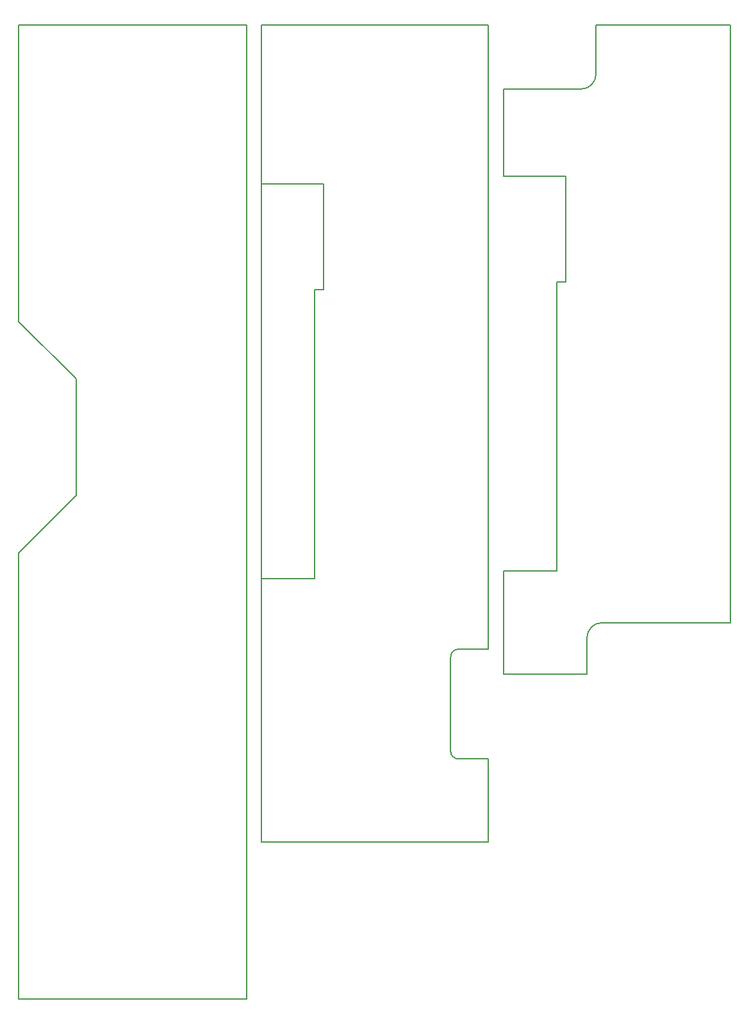
<source format=gbr>
G04 #@! TF.FileFunction,Other,ECO2*
%FSLAX46Y46*%
G04 Gerber Fmt 4.6, Leading zero omitted, Abs format (unit mm)*
G04 Created by KiCad (PCBNEW 4.0.6) date 2018 February 20, Tuesday 14:46:14*
%MOMM*%
%LPD*%
G01*
G04 APERTURE LIST*
%ADD10C,0.100000*%
%ADD11C,0.200000*%
G04 APERTURE END LIST*
D10*
D11*
X-24500000Y-46800000D02*
X-32100000Y-39200000D01*
X-24500000Y-46800000D02*
X-24500000Y-62200000D01*
X-24500000Y-62200000D02*
X-32100000Y-69800000D01*
X-32100000Y-39200000D02*
X-32100000Y0D01*
X-2000000Y-128700000D02*
X-2000000Y0D01*
X-32100000Y-69800000D02*
X-32100000Y-128700000D01*
X-2000000Y-128700000D02*
X-32100000Y-128700000D01*
X-2000000Y0D02*
X-32100000Y0D01*
X30000000Y-108000000D02*
X30000000Y-97000000D01*
X0Y-21000000D02*
X8200000Y-21000000D01*
X8200000Y-35000000D02*
X8200000Y-21000000D01*
X7000000Y-35000000D02*
X8200000Y-35000000D01*
X7000000Y-35000000D02*
X7000000Y-73200000D01*
X7000000Y-73200000D02*
X0Y-73200000D01*
X25000000Y-96000000D02*
G75*
G03X26000000Y-97000000I1000000J0D01*
G01*
X26000000Y-82500000D02*
G75*
G03X25000000Y-83500000I0J-1000000D01*
G01*
X25000000Y-96000000D02*
X25000000Y-83500000D01*
X30000000Y-97000000D02*
X26000000Y-97000000D01*
X30000000Y-82500000D02*
X26000000Y-82500000D01*
X0Y-108000000D02*
X0Y0D01*
X30000000Y-108000000D02*
X0Y-108000000D01*
X30000000Y0D02*
X30000000Y-82500000D01*
X0Y0D02*
X30000000Y0D01*
X40200000Y-34000000D02*
X40200000Y-20000000D01*
X39000000Y-34000000D02*
X40200000Y-34000000D01*
X39000000Y-72200000D02*
X32000000Y-72200000D01*
X39000000Y-34000000D02*
X39000000Y-72200000D01*
X32000000Y-20000000D02*
X40200000Y-20000000D01*
X43000000Y-85800000D02*
X32000000Y-85800000D01*
X32000000Y-72200000D02*
X32000000Y-85800000D01*
X42200000Y-8500000D02*
G75*
G03X44200000Y-6500000I0J2000000D01*
G01*
X45000000Y-79000000D02*
G75*
G03X43000000Y-81000000I0J-2000000D01*
G01*
X62000000Y-79000000D02*
X62000000Y0D01*
X45000000Y-79000000D02*
X62000000Y-79000000D01*
X43000000Y-85800000D02*
X43000000Y-81000000D01*
X32000000Y-8500000D02*
X32000000Y-20000000D01*
X44200000Y0D02*
X62000000Y0D01*
X44200000Y-6500000D02*
X44200000Y0D01*
X42200000Y-8500000D02*
X32000000Y-8500000D01*
M02*

</source>
